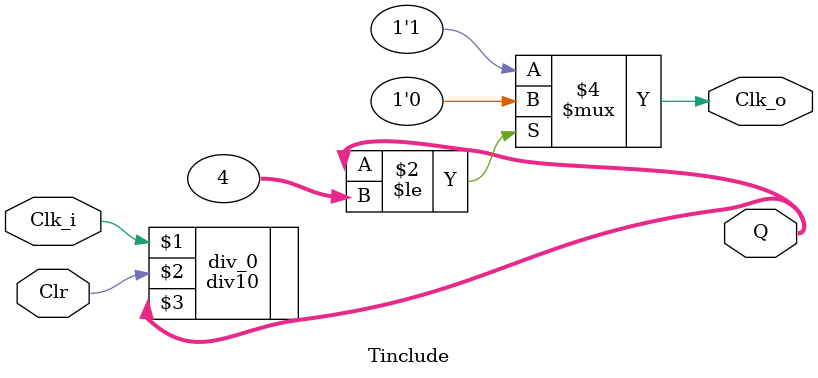
<source format=v>

`include "div10.v"

module Tinclude (Clk_i,Clr,Clk_o,Q);
input  Clk_i,Clr;	// ¤@¦ì¤¸¿é¤J
output Clk_o;		// ¤@¦ì¤¸¿é¥X
output [3:0] Q;		// ¥|¦ì¤¸¿é¥X
reg    Clk_o;		// «Å§i¬°¼È¦s¾¹¸ê®Æ
reg    [3:0] Q; 	// «Å§i¬°¼È¦s¾¹¸ê®Æ

// MOD-10 (BCD) °£ÀW, ©I¥s div10 ¨ÒÃÒ
div10 div_0 (Clk_i, Clr, Q);

// §Î¦¨¹ïºÙ¤èªi
always@ (Q)
  if (Q <= 4)  Clk_o  = 0;
  else         Clk_o  = 1;
  
endmodule

</source>
